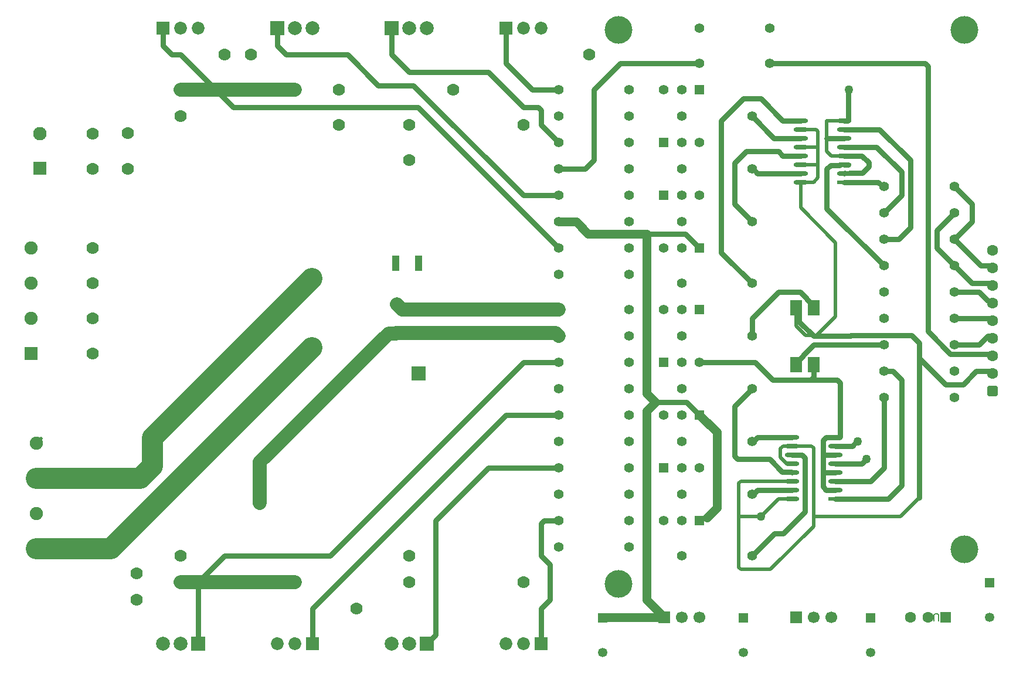
<source format=gtl>
G04*
G04 #@! TF.GenerationSoftware,Altium Limited,Altium Designer,21.8.1 (53)*
G04*
G04 Layer_Physical_Order=1*
G04 Layer_Color=255*
%FSLAX43Y43*%
%MOMM*%
G71*
G04*
G04 #@! TF.SameCoordinates,43502BEE-6898-4BDF-A8F3-2E7845CCF1CD*
G04*
G04*
G04 #@! TF.FilePolarity,Positive*
G04*
G01*
G75*
%ADD15C,0.152*%
%ADD16C,2.032*%
%ADD17R,2.103X0.616*%
G04:AMPARAMS|DCode=18|XSize=2.103mm|YSize=0.616mm|CornerRadius=0.308mm|HoleSize=0mm|Usage=FLASHONLY|Rotation=180.000|XOffset=0mm|YOffset=0mm|HoleType=Round|Shape=RoundedRectangle|*
%AMROUNDEDRECTD18*
21,1,2.103,0.000,0,0,180.0*
21,1,1.487,0.616,0,0,180.0*
1,1,0.616,-0.744,0.000*
1,1,0.616,0.744,0.000*
1,1,0.616,0.744,0.000*
1,1,0.616,-0.744,0.000*
%
%ADD18ROUNDEDRECTD18*%
%ADD19R,1.700X2.200*%
%ADD20R,2.000X2.000*%
%ADD21C,2.000*%
%ADD32R,1.850X1.850*%
%ADD33C,1.850*%
%ADD43C,0.508*%
%ADD44C,0.762*%
%ADD45C,1.270*%
%ADD46C,3.048*%
%ADD47R,1.100X2.300*%
%ADD48C,1.400*%
%ADD49R,1.600X1.600*%
%ADD50C,1.600*%
%ADD51C,1.700*%
%ADD52R,1.700X1.700*%
%ADD53C,1.600*%
G04:AMPARAMS|DCode=54|XSize=1.6mm|YSize=1.6mm|CornerRadius=0.4mm|HoleSize=0mm|Usage=FLASHONLY|Rotation=90.000|XOffset=0mm|YOffset=0mm|HoleType=Round|Shape=RoundedRectangle|*
%AMROUNDEDRECTD54*
21,1,1.600,0.800,0,0,90.0*
21,1,0.800,1.600,0,0,90.0*
1,1,0.800,0.400,0.400*
1,1,0.800,0.400,-0.400*
1,1,0.800,-0.400,-0.400*
1,1,0.800,-0.400,0.400*
%
%ADD54ROUNDEDRECTD54*%
%ADD55R,1.400X1.400*%
%ADD56C,1.900*%
%ADD57R,1.900X1.900*%
%ADD58R,1.950X1.950*%
%ADD59C,1.950*%
%ADD60R,1.350X1.350*%
%ADD61C,1.350*%
%ADD62C,4.000*%
%ADD63C,1.778*%
%ADD64C,1.270*%
D15*
X141223Y9652D02*
Y10498D01*
X141054Y10667D01*
X140715D01*
X140546Y10498D01*
Y9652D01*
X140208Y10667D02*
X139869D01*
X140038D01*
Y9652D01*
X140208Y9821D01*
D16*
X61799Y51189D02*
X62819D01*
X43179Y26669D02*
Y32569D01*
X85936Y51223D02*
X86359Y50799D01*
X43179Y32569D02*
X61799Y51189D01*
X62853Y51223D02*
X85936D01*
X63772Y54609D02*
X86359D01*
X62992Y55389D02*
X63772Y54609D01*
X31749Y86359D02*
X48259D01*
X31749Y15239D02*
X48259D01*
D17*
X126340Y27304D02*
D03*
X127610Y73024D02*
D03*
D18*
X126340Y28574D02*
D03*
Y29844D02*
D03*
Y31114D02*
D03*
Y32384D02*
D03*
Y33654D02*
D03*
Y34924D02*
D03*
Y36194D02*
D03*
X120039D02*
D03*
Y34924D02*
D03*
Y33654D02*
D03*
Y32384D02*
D03*
Y31114D02*
D03*
Y29844D02*
D03*
Y28574D02*
D03*
Y27304D02*
D03*
X127610Y74294D02*
D03*
Y75564D02*
D03*
Y76834D02*
D03*
Y78104D02*
D03*
Y79374D02*
D03*
Y80644D02*
D03*
Y81914D02*
D03*
X121309D02*
D03*
Y80644D02*
D03*
Y79374D02*
D03*
Y78104D02*
D03*
Y76834D02*
D03*
Y75564D02*
D03*
Y74294D02*
D03*
Y73024D02*
D03*
D19*
X120649Y46699D02*
D03*
X123189D02*
D03*
Y54899D02*
D03*
X120649D02*
D03*
D20*
X34289Y6349D02*
D03*
X66119Y45389D02*
D03*
X50719Y59089D02*
D03*
Y49089D02*
D03*
X67309Y6349D02*
D03*
X45719Y95249D02*
D03*
X62229D02*
D03*
D21*
X31749Y6349D02*
D03*
X29209D02*
D03*
X64769D02*
D03*
X62229D02*
D03*
X50799Y95249D02*
D03*
X48259D02*
D03*
X67309D02*
D03*
X64769D02*
D03*
D32*
X50799Y6349D02*
D03*
X83819D02*
D03*
X29209Y95249D02*
D03*
X78739D02*
D03*
D33*
X48259Y6349D02*
D03*
X45719D02*
D03*
X81279D02*
D03*
X78739D02*
D03*
X31749Y95249D02*
D03*
X34289D02*
D03*
X83819D02*
D03*
X81279D02*
D03*
D43*
X125094Y79374D02*
Y81914D01*
Y77469D02*
Y79374D01*
X106739Y24129D02*
X107183Y24573D01*
X107758D01*
X123189Y24764D02*
X135762D01*
X123189Y23291D02*
Y24764D01*
X120039Y34924D02*
X122892D01*
X123189Y24764D02*
Y34627D01*
X122892Y34924D02*
X123189Y34627D01*
X123113Y50875D02*
X123189D01*
X122046D02*
X123113D01*
X138429Y49772D02*
Y49783D01*
X123824Y73659D02*
Y75564D01*
X121309Y73024D02*
X123189D01*
X123824Y73659D01*
Y75564D02*
Y80347D01*
X121309Y75564D02*
X123824D01*
X121853Y78092D02*
X123684Y78051D01*
X121309Y78104D02*
X121853Y78104D01*
Y78092D02*
Y78104D01*
X121309Y80644D02*
X123527D01*
X123824Y80347D01*
X116980Y17082D02*
X123189Y23291D01*
X118795Y34924D02*
X120039D01*
X125094Y81914D02*
X127610D01*
X125094Y77469D02*
X125729Y76834D01*
X127610D01*
X135762Y24764D02*
X138429Y27431D01*
X123621Y50875D02*
X126364Y53619D01*
Y64312D01*
X121309Y69367D02*
X126364Y64312D01*
X112394Y17379D02*
X112692Y17082D01*
Y29844D02*
X120039D01*
X112394Y24764D02*
Y29547D01*
Y17379D02*
Y24764D01*
X112692Y17082D02*
X116980D01*
X112394Y24764D02*
X115569D01*
X112394Y29547D02*
X112692Y29844D01*
X118109Y27304D02*
X120039D01*
X115569Y24764D02*
X118109Y27304D01*
X121309Y69367D02*
Y73024D01*
X120649Y52272D02*
X122046Y50875D01*
X120649Y52272D02*
Y54899D01*
X127683Y74367D02*
X128368D01*
X118414Y34543D02*
X118795Y34924D01*
X118414Y33273D02*
Y34543D01*
Y33273D02*
X119303Y32384D01*
X120039D01*
X10921Y35305D02*
X11632Y36016D01*
D44*
X126340Y36194D02*
X126926D01*
X125024D02*
X126340D01*
X91439Y76199D02*
Y86359D01*
X95249Y90169D01*
X86359Y74929D02*
X90169D01*
X91439Y76199D01*
X138429Y47624D02*
Y49772D01*
Y27431D02*
Y47624D01*
X142239Y43814D02*
X144779D01*
X138429Y47624D02*
X142239Y43814D01*
X123113Y50875D02*
X123189Y50799D01*
X121118Y52870D02*
X123113Y50875D01*
X144779Y43814D02*
X146684Y45719D01*
X148589D01*
X137337Y50864D02*
X138429Y49772D01*
X131129Y75249D02*
Y75880D01*
X127610Y76834D02*
X130174D01*
X130247Y74367D02*
X131129Y75249D01*
X130174Y76834D02*
X131129Y75880D01*
X128368Y74367D02*
X130247D01*
X125094Y79374D02*
X127610D01*
X125094Y74929D02*
X125656Y75491D01*
X126793Y75491D02*
X126939D01*
X125094Y69214D02*
Y74929D01*
X125656Y75491D02*
X126793D01*
X125094Y69214D02*
X133349Y60959D01*
X126793Y75491D02*
X126793Y75491D01*
X121919Y25399D02*
Y33208D01*
X118805Y22285D02*
X121919Y25399D01*
X121473Y33654D02*
X121919Y33208D01*
X120039Y33654D02*
X121473D01*
X124578Y29021D02*
Y31114D01*
X125024Y28574D02*
X126340D01*
X124578Y29021D02*
X125024Y28574D01*
X124578Y31114D02*
X126340D01*
X124578D02*
Y33622D01*
Y35748D01*
Y33622D02*
X126308D01*
X126340Y33654D01*
X124578Y35748D02*
X125024Y36194D01*
X132714Y31114D02*
Y31114D01*
X126340Y29844D02*
X131444D01*
X133343Y31743D02*
Y41837D01*
X131444Y29844D02*
X132714Y31114D01*
Y31114D02*
X133343Y31743D01*
X109854Y62864D02*
Y81914D01*
X113029Y85089D01*
X109854Y62864D02*
X114299Y58419D01*
X123189Y50799D02*
X128513D01*
X128578Y50864D02*
X137337D01*
X92709Y10119D02*
X92729Y10139D01*
X101579D02*
X101599Y10159D01*
X99059Y65564D02*
X104675D01*
X100329Y41274D02*
X104834D01*
X106739Y39369D01*
X127610Y74294D02*
X127683Y74367D01*
X122743Y44449D02*
X126553D01*
X117251D02*
X122743D01*
X126999Y36267D02*
Y44003D01*
X126553Y44449D02*
X126999Y44003D01*
X126926Y36194D02*
X126999Y36267D01*
X128099Y81914D02*
X128172Y81987D01*
X127610Y81914D02*
X128099D01*
X128172Y81987D02*
Y86262D01*
X128269Y86359D01*
X62819Y55389D02*
X62992D01*
X95249Y90169D02*
X106679D01*
X137159Y66486D02*
Y76199D01*
X135443Y64769D02*
X137159Y66486D01*
X132714Y80644D02*
X137159Y76199D01*
X132268Y78104D02*
X135889Y74483D01*
X127610Y78104D02*
X132268D01*
X135889Y71119D02*
Y74483D01*
X133349Y68579D02*
X135889Y71119D01*
X133177Y72389D02*
X133349D01*
X127610Y73024D02*
X132542D01*
X133177Y72389D01*
X143509D02*
X146049Y69849D01*
Y67309D02*
Y69849D01*
X143509Y64769D02*
X146049Y67309D01*
X127610Y75564D02*
X128207D01*
X116839Y90169D02*
X139253D01*
X139699Y51451D02*
Y89723D01*
X139253Y90169D02*
X139699Y89723D01*
X140969Y63499D02*
Y66039D01*
Y63499D02*
X143509Y60959D01*
X140969Y66039D02*
X143509Y68579D01*
X142956Y48194D02*
X148524D01*
X139699Y51451D02*
X142956Y48194D01*
X148524D02*
X148589Y48259D01*
X133349Y64769D02*
X135443D01*
X127610Y80644D02*
X132714D01*
X122181Y56157D02*
X123189Y55149D01*
X122181Y56157D02*
Y56215D01*
X121247Y57149D02*
X122181Y56215D01*
X123189Y54899D02*
Y55149D01*
X118109Y57149D02*
X121247D01*
X114299Y50799D02*
Y53339D01*
X118109Y57149D01*
X128767Y34924D02*
X129402Y35559D01*
X129539D01*
X126340Y34924D02*
X128767D01*
X130174Y32384D02*
X130809Y33019D01*
X126340Y32384D02*
X130174D01*
X126340Y27304D02*
X133984D01*
X128513Y50799D02*
X128578Y50864D01*
X123171Y49529D02*
X133349D01*
X121118Y52870D02*
Y54430D01*
X120649Y54899D02*
X121118Y54430D01*
X121657Y48015D02*
X123171Y49529D01*
X133984Y27304D02*
X135889Y29209D01*
Y44449D01*
X134619Y45719D02*
X135889Y44449D01*
X133349Y45719D02*
X134619D01*
X147319Y60959D02*
X148589D01*
X143509Y64769D02*
X147319Y60959D01*
X146049Y58419D02*
X148589D01*
X143509Y60959D02*
X146049Y58419D01*
X148381Y55879D02*
X148589D01*
X143509Y57149D02*
X147111D01*
X148381Y55879D01*
X143509Y53339D02*
X148589D01*
X143509Y49529D02*
X147111D01*
X148381Y50799D01*
X148589D01*
X121657Y47957D02*
Y48015D01*
X120649Y46949D02*
X121657Y47957D01*
X122743Y44449D02*
X123189Y44896D01*
X114711Y46989D02*
X117251Y44449D01*
X123189Y44896D02*
Y46699D01*
X106739Y46989D02*
X114711D01*
X120649Y46699D02*
Y46949D01*
X117535Y22285D02*
X118805D01*
X114299Y19049D02*
X117535Y22285D01*
X111759Y40639D02*
X114299Y43179D01*
X111759Y33466D02*
X112206Y33019D01*
X116839D01*
X111759Y33466D02*
Y40639D01*
X116839Y33019D02*
X118671Y31187D01*
X119966D02*
X120039Y31114D01*
X118671Y31187D02*
X119966D01*
X114299Y27939D02*
X114472D01*
X115107Y28574D02*
X120039D01*
X114472Y27939D02*
X115107Y28574D01*
X114472Y35559D02*
X115107Y36194D01*
X120039D01*
X114299Y35559D02*
X114472D01*
X111759Y69849D02*
X114299Y67309D01*
X111759Y69849D02*
Y75753D01*
X113476Y77469D02*
X118109D01*
X111759Y75753D02*
X113476Y77469D01*
X118109D02*
X118744Y76834D01*
X121309D01*
X113029Y85089D02*
X115569D01*
X118744Y81914D01*
X121309D01*
X114299Y74929D02*
X114472D01*
X115107Y74294D01*
X121309D01*
X114299Y82549D02*
X117474Y79374D01*
X121309D01*
X34289Y15239D02*
X38099Y19049D01*
X34289Y6349D02*
Y15239D01*
X38099Y19049D02*
X53339D01*
X81279Y46989D01*
X86359D01*
X50799Y6349D02*
Y11429D01*
X78739Y39369D02*
X86359D01*
X50799Y11429D02*
X78739Y39369D01*
X67309Y6349D02*
X68579Y7619D01*
Y24129D01*
X76199Y31749D01*
X86359D01*
X29209Y92709D02*
Y95249D01*
Y92709D02*
X30479Y91439D01*
X31749D01*
X39369Y83819D01*
X66039D01*
X86359Y63499D01*
X45719Y92709D02*
Y95249D01*
X46989Y91439D02*
X55879D01*
X45719Y92709D02*
X46989Y91439D01*
X60324Y86994D02*
X65404D01*
X55879Y91439D02*
X60324Y86994D01*
X65404D02*
X81279Y71119D01*
X86359D01*
X62229Y91439D02*
Y95249D01*
Y91439D02*
X64769Y88899D01*
X76199D01*
X83373Y83819D02*
X83819Y83373D01*
X81279Y83819D02*
X83373D01*
X83819Y81279D02*
Y83373D01*
X76199Y88899D02*
X81279Y83819D01*
X83819Y81279D02*
X86359Y78739D01*
X78739Y90169D02*
X82549Y86359D01*
X78739Y90169D02*
Y95249D01*
X82549Y86359D02*
X86359D01*
X83819Y11429D02*
X85089Y12699D01*
X83819Y6349D02*
Y11429D01*
X85089Y12699D02*
Y17779D01*
X83819Y19049D02*
Y23683D01*
X84266Y24129D02*
X86359D01*
X83819Y23683D02*
X84266Y24129D01*
X83819Y19049D02*
X85089Y17779D01*
X104675Y65564D02*
X106739Y63499D01*
D45*
Y39369D02*
X109219Y36889D01*
Y26034D02*
Y36889D01*
X107758Y24573D02*
X109219Y26034D01*
X92729Y10139D02*
X101579D01*
X99059Y12699D02*
X101599Y10159D01*
X99059Y12699D02*
Y40004D01*
X100329Y41274D01*
X90645Y65564D02*
X99059D01*
Y42544D02*
X100329Y41274D01*
X99059Y42544D02*
Y65564D01*
X86359Y67309D02*
X88899D01*
X90645Y65564D01*
D46*
X21695Y20065D02*
X50719Y49089D01*
X27685Y32011D02*
Y36055D01*
X10921Y30225D02*
X25900D01*
X27685Y32011D01*
Y36055D02*
X50719Y59089D01*
X10921Y20065D02*
X21695D01*
D47*
X66119Y61289D02*
D03*
X62819D02*
D03*
D48*
Y55389D02*
D03*
Y51189D02*
D03*
X96519Y39369D02*
D03*
X86359D02*
D03*
X133349Y41909D02*
D03*
X143509D02*
D03*
X104139Y67309D02*
D03*
X114299D02*
D03*
X96519Y71119D02*
D03*
X86359D02*
D03*
X133349Y60959D02*
D03*
X143509D02*
D03*
X86359Y43179D02*
D03*
X96519D02*
D03*
Y46989D02*
D03*
X86359D02*
D03*
X116839Y95249D02*
D03*
X106679D02*
D03*
Y90169D02*
D03*
X116839D02*
D03*
X86359Y50799D02*
D03*
X96519D02*
D03*
Y54609D02*
D03*
X86359D02*
D03*
X104139Y50799D02*
D03*
X114299D02*
D03*
X133349Y49529D02*
D03*
X143509D02*
D03*
X86359Y35559D02*
D03*
X96519D02*
D03*
X86359Y59689D02*
D03*
X96519D02*
D03*
Y63499D02*
D03*
X86359D02*
D03*
X104139Y35559D02*
D03*
X114299D02*
D03*
X104139Y58419D02*
D03*
X114299D02*
D03*
X133349Y57149D02*
D03*
X143509D02*
D03*
X133349Y64769D02*
D03*
X143509D02*
D03*
X86359Y20319D02*
D03*
X96519D02*
D03*
Y24129D02*
D03*
X86359D02*
D03*
Y82549D02*
D03*
X96519D02*
D03*
Y86359D02*
D03*
X86359D02*
D03*
X104139Y19049D02*
D03*
X114299D02*
D03*
X104139Y82549D02*
D03*
X114299D02*
D03*
X133349Y53339D02*
D03*
X143509D02*
D03*
X133349Y68579D02*
D03*
X143509D02*
D03*
X104139Y43179D02*
D03*
X114299D02*
D03*
X86359Y67309D02*
D03*
X96519D02*
D03*
X104139Y27939D02*
D03*
X114299D02*
D03*
X104139Y74929D02*
D03*
X114299D02*
D03*
X96519Y31749D02*
D03*
X86359D02*
D03*
X133349Y45719D02*
D03*
X143509D02*
D03*
X86359Y27939D02*
D03*
X96519D02*
D03*
Y78739D02*
D03*
X86359D02*
D03*
X133349Y72389D02*
D03*
X143509D02*
D03*
X86359Y74929D02*
D03*
X96519D02*
D03*
X104139Y54609D02*
D03*
X101539D02*
D03*
X104139Y39369D02*
D03*
X101539D02*
D03*
X104139Y63499D02*
D03*
X101539D02*
D03*
X104139Y24129D02*
D03*
X101539D02*
D03*
X104139Y86359D02*
D03*
X101539D02*
D03*
X104139Y46989D02*
D03*
X106739D02*
D03*
X104139Y71119D02*
D03*
X106739D02*
D03*
X104139Y31749D02*
D03*
X106739D02*
D03*
X104139Y78739D02*
D03*
X106739D02*
D03*
D49*
X142239Y10159D02*
D03*
D50*
X139699D02*
D03*
X137159D02*
D03*
D51*
X125729D02*
D03*
X123189D02*
D03*
X106679Y10159D02*
D03*
X104139D02*
D03*
D52*
X120649Y10159D02*
D03*
X101599Y10159D02*
D03*
D53*
X149000Y63160D02*
D03*
Y60620D02*
D03*
Y58080D02*
D03*
Y53000D02*
D03*
Y47920D02*
D03*
Y45380D02*
D03*
Y50460D02*
D03*
Y55540D02*
D03*
D54*
Y42840D02*
D03*
D55*
X106739Y54609D02*
D03*
Y39369D02*
D03*
Y63499D02*
D03*
Y24129D02*
D03*
Y86359D02*
D03*
X101539Y46989D02*
D03*
Y71119D02*
D03*
Y31749D02*
D03*
Y78739D02*
D03*
D56*
X10921Y35305D02*
D03*
Y30225D02*
D03*
Y25145D02*
D03*
X10159Y63499D02*
D03*
Y58419D02*
D03*
Y53339D02*
D03*
D57*
X10921Y20065D02*
D03*
X10159Y48259D02*
D03*
D58*
X11429Y75009D02*
D03*
D59*
Y80009D02*
D03*
D60*
X92709Y10119D02*
D03*
X148589Y15199D02*
D03*
X131444Y10119D02*
D03*
X113029D02*
D03*
D61*
X92709Y5119D02*
D03*
X148589Y10199D02*
D03*
X131444Y5119D02*
D03*
X113029D02*
D03*
D62*
X145000Y95000D02*
D03*
X95000D02*
D03*
X145000Y20000D02*
D03*
X95000Y15000D02*
D03*
D63*
X90804Y91439D02*
D03*
X19049Y80009D02*
D03*
X24129Y80071D02*
D03*
X43179Y26669D02*
D03*
X25399Y16509D02*
D03*
Y12699D02*
D03*
X57149Y11429D02*
D03*
X19049Y74929D02*
D03*
Y48259D02*
D03*
Y63499D02*
D03*
Y53339D02*
D03*
X64769Y19049D02*
D03*
X81279Y15239D02*
D03*
X64769D02*
D03*
X31749Y86359D02*
D03*
Y19049D02*
D03*
Y15239D02*
D03*
X48259D02*
D03*
X19049Y58419D02*
D03*
X64769Y76199D02*
D03*
X81279Y81279D02*
D03*
X64769D02*
D03*
X54609D02*
D03*
X24129Y74929D02*
D03*
X71119Y86359D02*
D03*
X54609D02*
D03*
X41909Y91439D02*
D03*
X38099D02*
D03*
X48259Y86359D02*
D03*
X31749Y82549D02*
D03*
D64*
X115569Y24764D02*
D03*
X128269Y86359D02*
D03*
X129539Y35559D02*
D03*
X130809Y33019D02*
D03*
M02*

</source>
